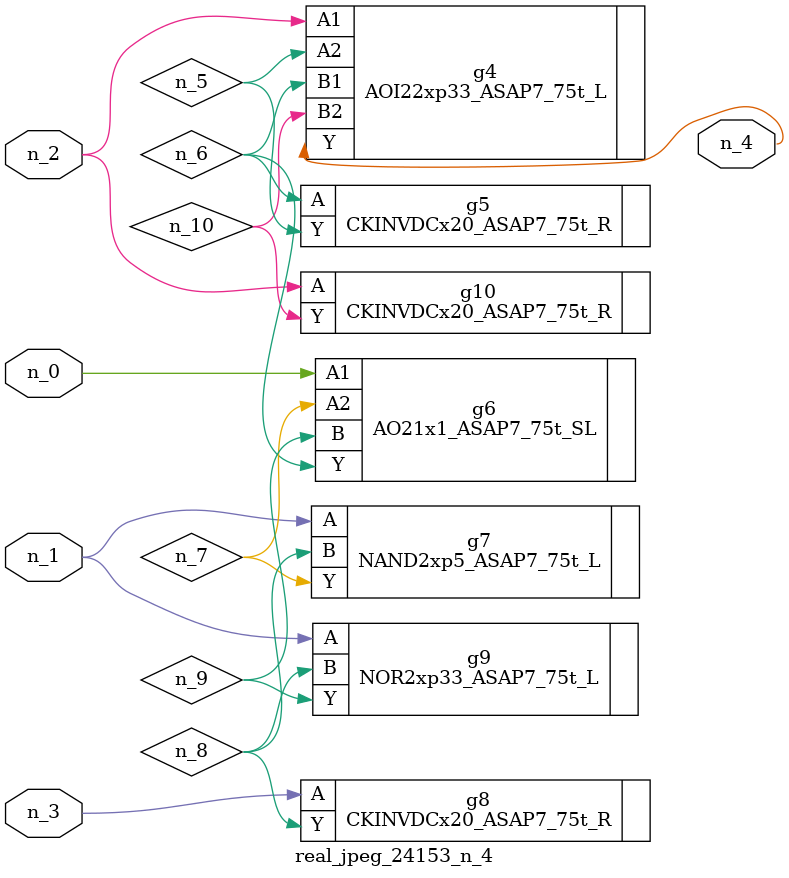
<source format=v>
module real_jpeg_24153_n_4 (n_3, n_1, n_0, n_2, n_4);

input n_3;
input n_1;
input n_0;
input n_2;

output n_4;

wire n_5;
wire n_8;
wire n_6;
wire n_7;
wire n_10;
wire n_9;

AO21x1_ASAP7_75t_SL g6 ( 
.A1(n_0),
.A2(n_7),
.B(n_9),
.Y(n_6)
);

NAND2xp5_ASAP7_75t_L g7 ( 
.A(n_1),
.B(n_8),
.Y(n_7)
);

NOR2xp33_ASAP7_75t_L g9 ( 
.A(n_1),
.B(n_8),
.Y(n_9)
);

AOI22xp33_ASAP7_75t_L g4 ( 
.A1(n_2),
.A2(n_5),
.B1(n_6),
.B2(n_10),
.Y(n_4)
);

CKINVDCx20_ASAP7_75t_R g10 ( 
.A(n_2),
.Y(n_10)
);

CKINVDCx20_ASAP7_75t_R g8 ( 
.A(n_3),
.Y(n_8)
);

CKINVDCx20_ASAP7_75t_R g5 ( 
.A(n_6),
.Y(n_5)
);


endmodule
</source>
